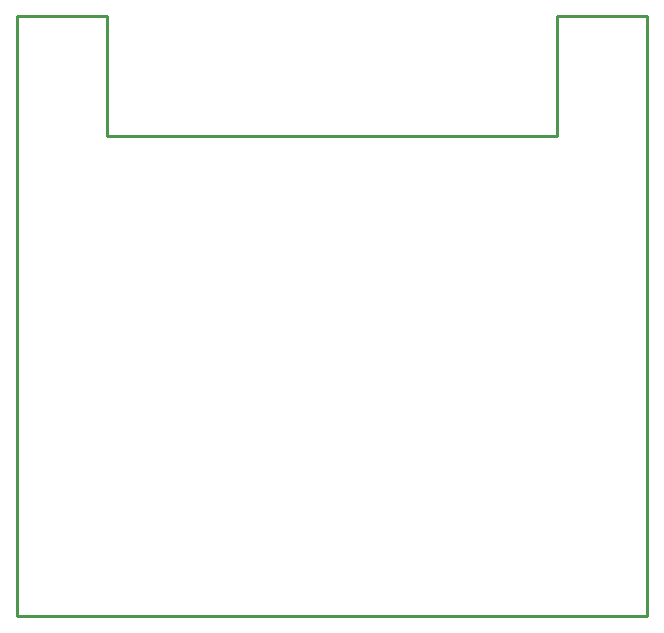
<source format=gko>
G04*
G04 #@! TF.GenerationSoftware,Altium Limited,Altium Designer,18.1.9 (240)*
G04*
G04 Layer_Color=8388736*
%FSLAX25Y25*%
%MOIN*%
G70*
G01*
G75*
%ADD12C,0.01000*%
D12*
X200000Y-10000D02*
Y190000D01*
X170000D02*
X200000D01*
X170000Y150000D02*
Y190000D01*
X20000Y150000D02*
X170000D01*
X20000D02*
Y190000D01*
X-10000D02*
X20000D01*
X-10000Y-10000D02*
Y190000D01*
Y-10000D02*
X200000D01*
M02*

</source>
